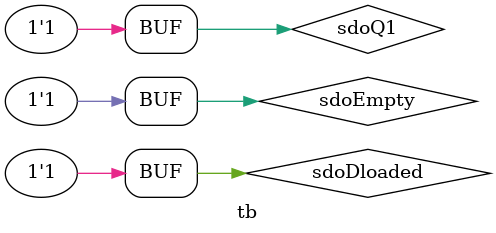
<source format=v>
`timescale 1 ns/1 ns

module tb;
    reg sdoQ1 = 1'b0;
    reg sdoDloaded = 1'b0;
    reg sdoEmpty = 1'b0;

    wire sdoFinish, sdoD1, sdonShiftEn, preSdoLoad;

    SEROUT_PLA dut(sdoQ1, sdoDloaded, sdoEmpty, sdoFinish, sdoD1, sdonShiftEn, preSdoLoad);

    initial begin
    
    #5 {sdoQ1, sdoDloaded, sdoEmpty} = 3'b001;
    #5 {sdoQ1, sdoDloaded, sdoEmpty} = 3'b010;
    #5 {sdoQ1, sdoDloaded, sdoEmpty} = 3'b011;
    #5 {sdoQ1, sdoDloaded, sdoEmpty} = 3'b100;
    #5 {sdoQ1, sdoDloaded, sdoEmpty} = 3'b101;
    #5 {sdoQ1, sdoDloaded, sdoEmpty} = 3'b110;
    #5 {sdoQ1, sdoDloaded, sdoEmpty} = 3'b111;

    end
endmodule

</source>
